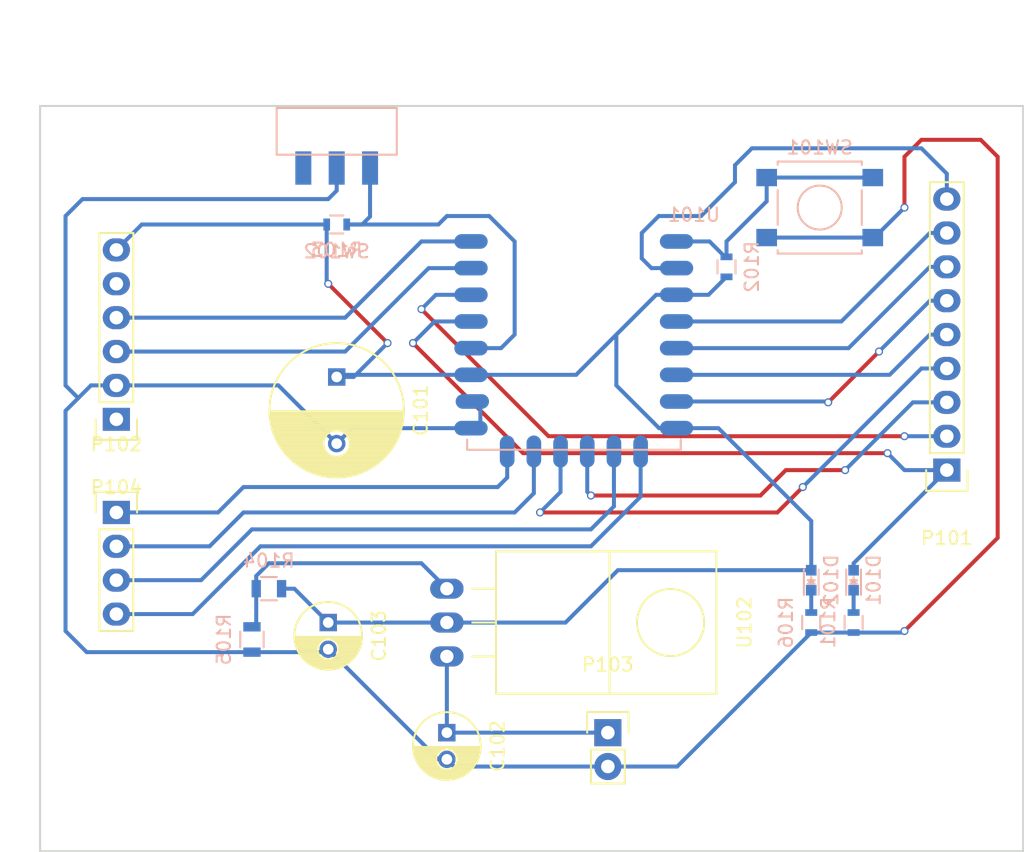
<source format=kicad_pcb>
(kicad_pcb (version 4) (host pcbnew 4.0.4-stable)

  (general
    (links 49)
    (no_connects 0)
    (area 112.319999 70.409999 186.130001 126.440001)
    (thickness 1.6)
    (drawings 4)
    (tracks 183)
    (zones 0)
    (modules 19)
    (nets 26)
  )

  (page A4)
  (layers
    (0 F.Cu signal)
    (31 B.Cu signal)
    (32 B.Adhes user)
    (33 F.Adhes user)
    (34 B.Paste user)
    (35 F.Paste user)
    (36 B.SilkS user)
    (37 F.SilkS user)
    (38 B.Mask user)
    (39 F.Mask user)
    (40 Dwgs.User user)
    (41 Cmts.User user)
    (42 Eco1.User user)
    (43 Eco2.User user)
    (44 Edge.Cuts user)
    (45 Margin user)
    (46 B.CrtYd user)
    (47 F.CrtYd user)
    (48 B.Fab user)
    (49 F.Fab user)
  )

  (setup
    (last_trace_width 0.3)
    (trace_clearance 0.3)
    (zone_clearance 0.508)
    (zone_45_only no)
    (trace_min 0.2)
    (segment_width 0.2)
    (edge_width 0.15)
    (via_size 0.6)
    (via_drill 0.4)
    (via_min_size 0.4)
    (via_min_drill 0.3)
    (uvia_size 0.3)
    (uvia_drill 0.1)
    (uvias_allowed no)
    (uvia_min_size 0.2)
    (uvia_min_drill 0.1)
    (pcb_text_width 0.3)
    (pcb_text_size 1.5 1.5)
    (mod_edge_width 0.15)
    (mod_text_size 1 1)
    (mod_text_width 0.15)
    (pad_size 1.524 1.524)
    (pad_drill 0.762)
    (pad_to_mask_clearance 0.2)
    (aux_axis_origin 0 0)
    (visible_elements FFFFFF7F)
    (pcbplotparams
      (layerselection 0x00030_80000001)
      (usegerberextensions false)
      (excludeedgelayer true)
      (linewidth 0.100000)
      (plotframeref false)
      (viasonmask false)
      (mode 1)
      (useauxorigin false)
      (hpglpennumber 1)
      (hpglpenspeed 20)
      (hpglpendiameter 15)
      (hpglpenoverlay 2)
      (psnegative false)
      (psa4output false)
      (plotreference true)
      (plotvalue true)
      (plotinvisibletext false)
      (padsonsilk false)
      (subtractmaskfromsilk false)
      (outputformat 1)
      (mirror false)
      (drillshape 1)
      (scaleselection 1)
      (outputdirectory ""))
  )

  (net 0 "")
  (net 1 +3V3)
  (net 2 GND)
  (net 3 +9V)
  (net 4 GPIO4)
  (net 5 "Net-(D101-Pad1)")
  (net 6 "Net-(D102-Pad1)")
  (net 7 GPIO5)
  (net 8 GPIO9)
  (net 9 GPIO10)
  (net 10 GPIO12)
  (net 11 GPIO13)
  (net 12 GPIO14)
  (net 13 GPIO16)
  (net 14 ESP_ADC)
  (net 15 ESP_SCLK)
  (net 16 ESP_MOSI)
  (net 17 ESP_MISO)
  (net 18 ESP_CSO)
  (net 19 +5V)
  (net 20 ESP_RX)
  (net 21 ESP_TX)
  (net 22 USB2Serial_DTR)
  (net 23 "Net-(R102-Pad2)")
  (net 24 "Net-(R103-Pad2)")
  (net 25 "Net-(R104-Pad2)")

  (net_class Default "This is the default net class."
    (clearance 0.3)
    (trace_width 0.3)
    (via_dia 0.6)
    (via_drill 0.4)
    (uvia_dia 0.3)
    (uvia_drill 0.1)
    (add_net +3V3)
    (add_net +5V)
    (add_net +9V)
    (add_net ESP_ADC)
    (add_net ESP_CSO)
    (add_net ESP_MISO)
    (add_net ESP_MOSI)
    (add_net ESP_RX)
    (add_net ESP_SCLK)
    (add_net ESP_TX)
    (add_net GND)
    (add_net GPIO10)
    (add_net GPIO12)
    (add_net GPIO13)
    (add_net GPIO14)
    (add_net GPIO16)
    (add_net GPIO4)
    (add_net GPIO5)
    (add_net GPIO9)
    (add_net "Net-(D101-Pad1)")
    (add_net "Net-(D102-Pad1)")
    (add_net "Net-(R102-Pad2)")
    (add_net "Net-(R103-Pad2)")
    (add_net "Net-(R104-Pad2)")
    (add_net USB2Serial_DTR)
  )

  (module TO_SOT_Packages_THT:TO-220_Neutral123_Horizontal (layer F.Cu) (tedit 0) (tstamp 582C8472)
    (at 142.875 109.22 270)
    (descr "TO-220, Neutral, Horizontal,")
    (tags "TO-220, Neutral, Horizontal,")
    (path /582B1821)
    (fp_text reference U102 (at 0 -22.3012 270) (layer F.SilkS)
      (effects (font (size 1 1) (thickness 0.15)))
    )
    (fp_text value LM317T (at -0.29972 3.44932 270) (layer F.Fab)
      (effects (font (size 1 1) (thickness 0.15)))
    )
    (fp_circle (center 0 -16.764) (end 1.778 -14.986) (layer F.SilkS) (width 0.15))
    (fp_line (start -2.54 -3.683) (end -2.54 -1.905) (layer F.SilkS) (width 0.15))
    (fp_line (start 0 -3.683) (end 0 -1.905) (layer F.SilkS) (width 0.15))
    (fp_line (start 2.54 -3.683) (end 2.54 -1.905) (layer F.SilkS) (width 0.15))
    (fp_line (start 5.334 -12.192) (end 5.334 -20.193) (layer F.SilkS) (width 0.15))
    (fp_line (start 5.334 -20.193) (end -5.334 -20.193) (layer F.SilkS) (width 0.15))
    (fp_line (start -5.334 -20.193) (end -5.334 -12.192) (layer F.SilkS) (width 0.15))
    (fp_line (start 5.334 -3.683) (end 5.334 -12.192) (layer F.SilkS) (width 0.15))
    (fp_line (start 5.334 -12.192) (end -5.334 -12.192) (layer F.SilkS) (width 0.15))
    (fp_line (start -5.334 -12.192) (end -5.334 -3.683) (layer F.SilkS) (width 0.15))
    (fp_line (start 0 -3.683) (end -5.334 -3.683) (layer F.SilkS) (width 0.15))
    (fp_line (start 0 -3.683) (end 5.334 -3.683) (layer F.SilkS) (width 0.15))
    (pad 2 thru_hole oval (at 0 0) (size 2.49936 1.50114) (drill 1.00076) (layers *.Cu *.Mask)
      (net 1 +3V3))
    (pad 1 thru_hole oval (at -2.54 0) (size 2.49936 1.50114) (drill 1.00076) (layers *.Cu *.Mask)
      (net 25 "Net-(R104-Pad2)"))
    (pad 3 thru_hole oval (at 2.54 0) (size 2.49936 1.50114) (drill 1.00076) (layers *.Cu *.Mask)
      (net 3 +9V))
    (pad "" np_thru_hole circle (at 0 -16.764) (size 3.79984 3.79984) (drill 3.79984) (layers *.Cu *.Mask))
    (model TO_SOT_Packages_THT.3dshapes/TO-220_Neutral123_Horizontal.wrl
      (at (xyz 0 0 0))
      (scale (xyz 0.3937 0.3937 0.3937))
      (rotate (xyz 0 0 0))
    )
  )

  (module Capacitors_ThroughHole:C_Radial_D10_L21_P5 (layer F.Cu) (tedit 0) (tstamp 582C83CD)
    (at 134.62 90.805 270)
    (descr "Radial Electrolytic Capacitor Diameter 10mm x Length 21mm, Pitch 5mm")
    (tags "Electrolytic Capacitor")
    (path /582C60FE)
    (fp_text reference C101 (at 2.5 -6.3 270) (layer F.SilkS)
      (effects (font (size 1 1) (thickness 0.15)))
    )
    (fp_text value 33u (at 2.5 6.3 270) (layer F.Fab)
      (effects (font (size 1 1) (thickness 0.15)))
    )
    (fp_line (start 2.575 -4.999) (end 2.575 4.999) (layer F.SilkS) (width 0.15))
    (fp_line (start 2.715 -4.995) (end 2.715 4.995) (layer F.SilkS) (width 0.15))
    (fp_line (start 2.855 -4.987) (end 2.855 4.987) (layer F.SilkS) (width 0.15))
    (fp_line (start 2.995 -4.975) (end 2.995 4.975) (layer F.SilkS) (width 0.15))
    (fp_line (start 3.135 -4.96) (end 3.135 4.96) (layer F.SilkS) (width 0.15))
    (fp_line (start 3.275 -4.94) (end 3.275 4.94) (layer F.SilkS) (width 0.15))
    (fp_line (start 3.415 -4.916) (end 3.415 4.916) (layer F.SilkS) (width 0.15))
    (fp_line (start 3.555 -4.887) (end 3.555 4.887) (layer F.SilkS) (width 0.15))
    (fp_line (start 3.695 -4.855) (end 3.695 4.855) (layer F.SilkS) (width 0.15))
    (fp_line (start 3.835 -4.818) (end 3.835 4.818) (layer F.SilkS) (width 0.15))
    (fp_line (start 3.975 -4.777) (end 3.975 4.777) (layer F.SilkS) (width 0.15))
    (fp_line (start 4.115 -4.732) (end 4.115 -0.466) (layer F.SilkS) (width 0.15))
    (fp_line (start 4.115 0.466) (end 4.115 4.732) (layer F.SilkS) (width 0.15))
    (fp_line (start 4.255 -4.682) (end 4.255 -0.667) (layer F.SilkS) (width 0.15))
    (fp_line (start 4.255 0.667) (end 4.255 4.682) (layer F.SilkS) (width 0.15))
    (fp_line (start 4.395 -4.627) (end 4.395 -0.796) (layer F.SilkS) (width 0.15))
    (fp_line (start 4.395 0.796) (end 4.395 4.627) (layer F.SilkS) (width 0.15))
    (fp_line (start 4.535 -4.567) (end 4.535 -0.885) (layer F.SilkS) (width 0.15))
    (fp_line (start 4.535 0.885) (end 4.535 4.567) (layer F.SilkS) (width 0.15))
    (fp_line (start 4.675 -4.502) (end 4.675 -0.946) (layer F.SilkS) (width 0.15))
    (fp_line (start 4.675 0.946) (end 4.675 4.502) (layer F.SilkS) (width 0.15))
    (fp_line (start 4.815 -4.432) (end 4.815 -0.983) (layer F.SilkS) (width 0.15))
    (fp_line (start 4.815 0.983) (end 4.815 4.432) (layer F.SilkS) (width 0.15))
    (fp_line (start 4.955 -4.356) (end 4.955 -0.999) (layer F.SilkS) (width 0.15))
    (fp_line (start 4.955 0.999) (end 4.955 4.356) (layer F.SilkS) (width 0.15))
    (fp_line (start 5.095 -4.274) (end 5.095 -0.995) (layer F.SilkS) (width 0.15))
    (fp_line (start 5.095 0.995) (end 5.095 4.274) (layer F.SilkS) (width 0.15))
    (fp_line (start 5.235 -4.186) (end 5.235 -0.972) (layer F.SilkS) (width 0.15))
    (fp_line (start 5.235 0.972) (end 5.235 4.186) (layer F.SilkS) (width 0.15))
    (fp_line (start 5.375 -4.091) (end 5.375 -0.927) (layer F.SilkS) (width 0.15))
    (fp_line (start 5.375 0.927) (end 5.375 4.091) (layer F.SilkS) (width 0.15))
    (fp_line (start 5.515 -3.989) (end 5.515 -0.857) (layer F.SilkS) (width 0.15))
    (fp_line (start 5.515 0.857) (end 5.515 3.989) (layer F.SilkS) (width 0.15))
    (fp_line (start 5.655 -3.879) (end 5.655 -0.756) (layer F.SilkS) (width 0.15))
    (fp_line (start 5.655 0.756) (end 5.655 3.879) (layer F.SilkS) (width 0.15))
    (fp_line (start 5.795 -3.761) (end 5.795 -0.607) (layer F.SilkS) (width 0.15))
    (fp_line (start 5.795 0.607) (end 5.795 3.761) (layer F.SilkS) (width 0.15))
    (fp_line (start 5.935 -3.633) (end 5.935 -0.355) (layer F.SilkS) (width 0.15))
    (fp_line (start 5.935 0.355) (end 5.935 3.633) (layer F.SilkS) (width 0.15))
    (fp_line (start 6.075 -3.496) (end 6.075 3.496) (layer F.SilkS) (width 0.15))
    (fp_line (start 6.215 -3.346) (end 6.215 3.346) (layer F.SilkS) (width 0.15))
    (fp_line (start 6.355 -3.184) (end 6.355 3.184) (layer F.SilkS) (width 0.15))
    (fp_line (start 6.495 -3.007) (end 6.495 3.007) (layer F.SilkS) (width 0.15))
    (fp_line (start 6.635 -2.811) (end 6.635 2.811) (layer F.SilkS) (width 0.15))
    (fp_line (start 6.775 -2.593) (end 6.775 2.593) (layer F.SilkS) (width 0.15))
    (fp_line (start 6.915 -2.347) (end 6.915 2.347) (layer F.SilkS) (width 0.15))
    (fp_line (start 7.055 -2.062) (end 7.055 2.062) (layer F.SilkS) (width 0.15))
    (fp_line (start 7.195 -1.72) (end 7.195 1.72) (layer F.SilkS) (width 0.15))
    (fp_line (start 7.335 -1.274) (end 7.335 1.274) (layer F.SilkS) (width 0.15))
    (fp_line (start 7.475 -0.499) (end 7.475 0.499) (layer F.SilkS) (width 0.15))
    (fp_circle (center 5 0) (end 5 -1) (layer F.SilkS) (width 0.15))
    (fp_circle (center 2.5 0) (end 2.5 -5.0375) (layer F.SilkS) (width 0.15))
    (fp_circle (center 2.5 0) (end 2.5 -5.3) (layer F.CrtYd) (width 0.05))
    (pad 1 thru_hole rect (at 0 0 270) (size 1.3 1.3) (drill 0.8) (layers *.Cu *.Mask)
      (net 1 +3V3))
    (pad 2 thru_hole circle (at 5 0 270) (size 1.3 1.3) (drill 0.8) (layers *.Cu *.Mask)
      (net 2 GND))
    (model Capacitors_ThroughHole.3dshapes/C_Radial_D10_L21_P5.wrl
      (at (xyz 0.0984252 0 0))
      (scale (xyz 1 1 1))
      (rotate (xyz 0 0 90))
    )
  )

  (module Capacitors_ThroughHole:C_Radial_D5_L11_P2 (layer F.Cu) (tedit 0) (tstamp 582C83D3)
    (at 142.875 117.475 270)
    (descr "Radial Electrolytic Capacitor 5mm x Length 11mm, Pitch 2mm")
    (tags "Electrolytic Capacitor")
    (path /582C6319)
    (fp_text reference C102 (at 1 -3.8 270) (layer F.SilkS)
      (effects (font (size 1 1) (thickness 0.15)))
    )
    (fp_text value 1u (at 1 3.8 270) (layer F.Fab)
      (effects (font (size 1 1) (thickness 0.15)))
    )
    (fp_line (start 1.075 -2.499) (end 1.075 2.499) (layer F.SilkS) (width 0.15))
    (fp_line (start 1.215 -2.491) (end 1.215 -0.154) (layer F.SilkS) (width 0.15))
    (fp_line (start 1.215 0.154) (end 1.215 2.491) (layer F.SilkS) (width 0.15))
    (fp_line (start 1.355 -2.475) (end 1.355 -0.473) (layer F.SilkS) (width 0.15))
    (fp_line (start 1.355 0.473) (end 1.355 2.475) (layer F.SilkS) (width 0.15))
    (fp_line (start 1.495 -2.451) (end 1.495 -0.62) (layer F.SilkS) (width 0.15))
    (fp_line (start 1.495 0.62) (end 1.495 2.451) (layer F.SilkS) (width 0.15))
    (fp_line (start 1.635 -2.418) (end 1.635 -0.712) (layer F.SilkS) (width 0.15))
    (fp_line (start 1.635 0.712) (end 1.635 2.418) (layer F.SilkS) (width 0.15))
    (fp_line (start 1.775 -2.377) (end 1.775 -0.768) (layer F.SilkS) (width 0.15))
    (fp_line (start 1.775 0.768) (end 1.775 2.377) (layer F.SilkS) (width 0.15))
    (fp_line (start 1.915 -2.327) (end 1.915 -0.795) (layer F.SilkS) (width 0.15))
    (fp_line (start 1.915 0.795) (end 1.915 2.327) (layer F.SilkS) (width 0.15))
    (fp_line (start 2.055 -2.266) (end 2.055 -0.798) (layer F.SilkS) (width 0.15))
    (fp_line (start 2.055 0.798) (end 2.055 2.266) (layer F.SilkS) (width 0.15))
    (fp_line (start 2.195 -2.196) (end 2.195 -0.776) (layer F.SilkS) (width 0.15))
    (fp_line (start 2.195 0.776) (end 2.195 2.196) (layer F.SilkS) (width 0.15))
    (fp_line (start 2.335 -2.114) (end 2.335 -0.726) (layer F.SilkS) (width 0.15))
    (fp_line (start 2.335 0.726) (end 2.335 2.114) (layer F.SilkS) (width 0.15))
    (fp_line (start 2.475 -2.019) (end 2.475 -0.644) (layer F.SilkS) (width 0.15))
    (fp_line (start 2.475 0.644) (end 2.475 2.019) (layer F.SilkS) (width 0.15))
    (fp_line (start 2.615 -1.908) (end 2.615 -0.512) (layer F.SilkS) (width 0.15))
    (fp_line (start 2.615 0.512) (end 2.615 1.908) (layer F.SilkS) (width 0.15))
    (fp_line (start 2.755 -1.78) (end 2.755 -0.265) (layer F.SilkS) (width 0.15))
    (fp_line (start 2.755 0.265) (end 2.755 1.78) (layer F.SilkS) (width 0.15))
    (fp_line (start 2.895 -1.631) (end 2.895 1.631) (layer F.SilkS) (width 0.15))
    (fp_line (start 3.035 -1.452) (end 3.035 1.452) (layer F.SilkS) (width 0.15))
    (fp_line (start 3.175 -1.233) (end 3.175 1.233) (layer F.SilkS) (width 0.15))
    (fp_line (start 3.315 -0.944) (end 3.315 0.944) (layer F.SilkS) (width 0.15))
    (fp_line (start 3.455 -0.472) (end 3.455 0.472) (layer F.SilkS) (width 0.15))
    (fp_circle (center 2 0) (end 2 -0.8) (layer F.SilkS) (width 0.15))
    (fp_circle (center 1 0) (end 1 -2.5375) (layer F.SilkS) (width 0.15))
    (fp_circle (center 1 0) (end 1 -2.8) (layer F.CrtYd) (width 0.05))
    (pad 1 thru_hole rect (at 0 0 270) (size 1.3 1.3) (drill 0.8) (layers *.Cu *.Mask)
      (net 3 +9V))
    (pad 2 thru_hole circle (at 2 0 270) (size 1.3 1.3) (drill 0.8) (layers *.Cu *.Mask)
      (net 2 GND))
    (model Capacitors_ThroughHole.3dshapes/C_Radial_D5_L11_P2.wrl
      (at (xyz 0 0 0))
      (scale (xyz 1 1 1))
      (rotate (xyz 0 0 0))
    )
  )

  (module Capacitors_ThroughHole:C_Radial_D5_L11_P2 (layer F.Cu) (tedit 0) (tstamp 582C83D9)
    (at 133.985 109.22 270)
    (descr "Radial Electrolytic Capacitor 5mm x Length 11mm, Pitch 2mm")
    (tags "Electrolytic Capacitor")
    (path /582C626D)
    (fp_text reference C103 (at 1 -3.8 270) (layer F.SilkS)
      (effects (font (size 1 1) (thickness 0.15)))
    )
    (fp_text value 1u (at 1 3.8 270) (layer F.Fab)
      (effects (font (size 1 1) (thickness 0.15)))
    )
    (fp_line (start 1.075 -2.499) (end 1.075 2.499) (layer F.SilkS) (width 0.15))
    (fp_line (start 1.215 -2.491) (end 1.215 -0.154) (layer F.SilkS) (width 0.15))
    (fp_line (start 1.215 0.154) (end 1.215 2.491) (layer F.SilkS) (width 0.15))
    (fp_line (start 1.355 -2.475) (end 1.355 -0.473) (layer F.SilkS) (width 0.15))
    (fp_line (start 1.355 0.473) (end 1.355 2.475) (layer F.SilkS) (width 0.15))
    (fp_line (start 1.495 -2.451) (end 1.495 -0.62) (layer F.SilkS) (width 0.15))
    (fp_line (start 1.495 0.62) (end 1.495 2.451) (layer F.SilkS) (width 0.15))
    (fp_line (start 1.635 -2.418) (end 1.635 -0.712) (layer F.SilkS) (width 0.15))
    (fp_line (start 1.635 0.712) (end 1.635 2.418) (layer F.SilkS) (width 0.15))
    (fp_line (start 1.775 -2.377) (end 1.775 -0.768) (layer F.SilkS) (width 0.15))
    (fp_line (start 1.775 0.768) (end 1.775 2.377) (layer F.SilkS) (width 0.15))
    (fp_line (start 1.915 -2.327) (end 1.915 -0.795) (layer F.SilkS) (width 0.15))
    (fp_line (start 1.915 0.795) (end 1.915 2.327) (layer F.SilkS) (width 0.15))
    (fp_line (start 2.055 -2.266) (end 2.055 -0.798) (layer F.SilkS) (width 0.15))
    (fp_line (start 2.055 0.798) (end 2.055 2.266) (layer F.SilkS) (width 0.15))
    (fp_line (start 2.195 -2.196) (end 2.195 -0.776) (layer F.SilkS) (width 0.15))
    (fp_line (start 2.195 0.776) (end 2.195 2.196) (layer F.SilkS) (width 0.15))
    (fp_line (start 2.335 -2.114) (end 2.335 -0.726) (layer F.SilkS) (width 0.15))
    (fp_line (start 2.335 0.726) (end 2.335 2.114) (layer F.SilkS) (width 0.15))
    (fp_line (start 2.475 -2.019) (end 2.475 -0.644) (layer F.SilkS) (width 0.15))
    (fp_line (start 2.475 0.644) (end 2.475 2.019) (layer F.SilkS) (width 0.15))
    (fp_line (start 2.615 -1.908) (end 2.615 -0.512) (layer F.SilkS) (width 0.15))
    (fp_line (start 2.615 0.512) (end 2.615 1.908) (layer F.SilkS) (width 0.15))
    (fp_line (start 2.755 -1.78) (end 2.755 -0.265) (layer F.SilkS) (width 0.15))
    (fp_line (start 2.755 0.265) (end 2.755 1.78) (layer F.SilkS) (width 0.15))
    (fp_line (start 2.895 -1.631) (end 2.895 1.631) (layer F.SilkS) (width 0.15))
    (fp_line (start 3.035 -1.452) (end 3.035 1.452) (layer F.SilkS) (width 0.15))
    (fp_line (start 3.175 -1.233) (end 3.175 1.233) (layer F.SilkS) (width 0.15))
    (fp_line (start 3.315 -0.944) (end 3.315 0.944) (layer F.SilkS) (width 0.15))
    (fp_line (start 3.455 -0.472) (end 3.455 0.472) (layer F.SilkS) (width 0.15))
    (fp_circle (center 2 0) (end 2 -0.8) (layer F.SilkS) (width 0.15))
    (fp_circle (center 1 0) (end 1 -2.5375) (layer F.SilkS) (width 0.15))
    (fp_circle (center 1 0) (end 1 -2.8) (layer F.CrtYd) (width 0.05))
    (pad 1 thru_hole rect (at 0 0 270) (size 1.3 1.3) (drill 0.8) (layers *.Cu *.Mask)
      (net 1 +3V3))
    (pad 2 thru_hole circle (at 2 0 270) (size 1.3 1.3) (drill 0.8) (layers *.Cu *.Mask)
      (net 2 GND))
    (model Capacitors_ThroughHole.3dshapes/C_Radial_D5_L11_P2.wrl
      (at (xyz 0 0 0))
      (scale (xyz 1 1 1))
      (rotate (xyz 0 0 0))
    )
  )

  (module LEDs:LED_0603 (layer B.Cu) (tedit 55BDE255) (tstamp 582C83DF)
    (at 173.355 106.045 90)
    (descr "LED 0603 smd package")
    (tags "LED led 0603 SMD smd SMT smt smdled SMDLED smtled SMTLED")
    (path /582B3E8B)
    (attr smd)
    (fp_text reference D101 (at 0 1.5 90) (layer B.SilkS)
      (effects (font (size 1 1) (thickness 0.15)) (justify mirror))
    )
    (fp_text value LED (at 0 -1.5 90) (layer B.Fab)
      (effects (font (size 1 1) (thickness 0.15)) (justify mirror))
    )
    (fp_line (start -0.3 0.2) (end -0.3 -0.2) (layer B.Fab) (width 0.15))
    (fp_line (start -0.2 0) (end 0.1 0.2) (layer B.Fab) (width 0.15))
    (fp_line (start 0.1 -0.2) (end -0.2 0) (layer B.Fab) (width 0.15))
    (fp_line (start 0.1 0.2) (end 0.1 -0.2) (layer B.Fab) (width 0.15))
    (fp_line (start 0.8 -0.4) (end -0.8 -0.4) (layer B.Fab) (width 0.15))
    (fp_line (start 0.8 0.4) (end 0.8 -0.4) (layer B.Fab) (width 0.15))
    (fp_line (start -0.8 0.4) (end 0.8 0.4) (layer B.Fab) (width 0.15))
    (fp_line (start -0.8 -0.4) (end -0.8 0.4) (layer B.Fab) (width 0.15))
    (fp_line (start -1.1 -0.55) (end 0.8 -0.55) (layer B.SilkS) (width 0.15))
    (fp_line (start -1.1 0.55) (end 0.8 0.55) (layer B.SilkS) (width 0.15))
    (fp_line (start -0.2 0) (end 0.25 0) (layer B.SilkS) (width 0.15))
    (fp_line (start -0.25 0.25) (end -0.25 -0.25) (layer B.SilkS) (width 0.15))
    (fp_line (start -0.25 0) (end 0 0.25) (layer B.SilkS) (width 0.15))
    (fp_line (start 0 0.25) (end 0 -0.25) (layer B.SilkS) (width 0.15))
    (fp_line (start 0 -0.25) (end -0.25 0) (layer B.SilkS) (width 0.15))
    (fp_line (start 1.4 0.75) (end 1.4 -0.75) (layer B.CrtYd) (width 0.05))
    (fp_line (start 1.4 -0.75) (end -1.4 -0.75) (layer B.CrtYd) (width 0.05))
    (fp_line (start -1.4 -0.75) (end -1.4 0.75) (layer B.CrtYd) (width 0.05))
    (fp_line (start -1.4 0.75) (end 1.4 0.75) (layer B.CrtYd) (width 0.05))
    (pad 2 smd rect (at 0.7493 0 270) (size 0.79756 0.79756) (layers B.Cu B.Paste B.Mask)
      (net 4 GPIO4))
    (pad 1 smd rect (at -0.7493 0 270) (size 0.79756 0.79756) (layers B.Cu B.Paste B.Mask)
      (net 5 "Net-(D101-Pad1)"))
    (model LEDs.3dshapes/LED_0603.wrl
      (at (xyz 0 0 0))
      (scale (xyz 1 1 1))
      (rotate (xyz 0 0 180))
    )
  )

  (module LEDs:LED_0603 (layer B.Cu) (tedit 55BDE255) (tstamp 582C83E5)
    (at 170.18 106.045 90)
    (descr "LED 0603 smd package")
    (tags "LED led 0603 SMD smd SMT smt smdled SMDLED smtled SMTLED")
    (path /582B1C72)
    (attr smd)
    (fp_text reference D102 (at 0 1.5 90) (layer B.SilkS)
      (effects (font (size 1 1) (thickness 0.15)) (justify mirror))
    )
    (fp_text value LED (at 0 -1.5 90) (layer B.Fab)
      (effects (font (size 1 1) (thickness 0.15)) (justify mirror))
    )
    (fp_line (start -0.3 0.2) (end -0.3 -0.2) (layer B.Fab) (width 0.15))
    (fp_line (start -0.2 0) (end 0.1 0.2) (layer B.Fab) (width 0.15))
    (fp_line (start 0.1 -0.2) (end -0.2 0) (layer B.Fab) (width 0.15))
    (fp_line (start 0.1 0.2) (end 0.1 -0.2) (layer B.Fab) (width 0.15))
    (fp_line (start 0.8 -0.4) (end -0.8 -0.4) (layer B.Fab) (width 0.15))
    (fp_line (start 0.8 0.4) (end 0.8 -0.4) (layer B.Fab) (width 0.15))
    (fp_line (start -0.8 0.4) (end 0.8 0.4) (layer B.Fab) (width 0.15))
    (fp_line (start -0.8 -0.4) (end -0.8 0.4) (layer B.Fab) (width 0.15))
    (fp_line (start -1.1 -0.55) (end 0.8 -0.55) (layer B.SilkS) (width 0.15))
    (fp_line (start -1.1 0.55) (end 0.8 0.55) (layer B.SilkS) (width 0.15))
    (fp_line (start -0.2 0) (end 0.25 0) (layer B.SilkS) (width 0.15))
    (fp_line (start -0.25 0.25) (end -0.25 -0.25) (layer B.SilkS) (width 0.15))
    (fp_line (start -0.25 0) (end 0 0.25) (layer B.SilkS) (width 0.15))
    (fp_line (start 0 0.25) (end 0 -0.25) (layer B.SilkS) (width 0.15))
    (fp_line (start 0 -0.25) (end -0.25 0) (layer B.SilkS) (width 0.15))
    (fp_line (start 1.4 0.75) (end 1.4 -0.75) (layer B.CrtYd) (width 0.05))
    (fp_line (start 1.4 -0.75) (end -1.4 -0.75) (layer B.CrtYd) (width 0.05))
    (fp_line (start -1.4 -0.75) (end -1.4 0.75) (layer B.CrtYd) (width 0.05))
    (fp_line (start -1.4 0.75) (end 1.4 0.75) (layer B.CrtYd) (width 0.05))
    (pad 2 smd rect (at 0.7493 0 270) (size 0.79756 0.79756) (layers B.Cu B.Paste B.Mask)
      (net 1 +3V3))
    (pad 1 smd rect (at -0.7493 0 270) (size 0.79756 0.79756) (layers B.Cu B.Paste B.Mask)
      (net 6 "Net-(D102-Pad1)"))
    (model LEDs.3dshapes/LED_0603.wrl
      (at (xyz 0 0 0))
      (scale (xyz 1 1 1))
      (rotate (xyz 0 0 180))
    )
  )

  (module Pin_Headers:Pin_Header_Straight_1x09 (layer F.Cu) (tedit 0) (tstamp 582C83F2)
    (at 180.34 97.79 180)
    (descr "Through hole pin header")
    (tags "pin header")
    (path /582B382C)
    (fp_text reference P101 (at 0 -5.1 180) (layer F.SilkS)
      (effects (font (size 1 1) (thickness 0.15)))
    )
    (fp_text value "GPIO and ADC" (at 0 -3.1 180) (layer F.Fab)
      (effects (font (size 1 1) (thickness 0.15)))
    )
    (fp_line (start -1.75 -1.75) (end -1.75 22.1) (layer F.CrtYd) (width 0.05))
    (fp_line (start 1.75 -1.75) (end 1.75 22.1) (layer F.CrtYd) (width 0.05))
    (fp_line (start -1.75 -1.75) (end 1.75 -1.75) (layer F.CrtYd) (width 0.05))
    (fp_line (start -1.75 22.1) (end 1.75 22.1) (layer F.CrtYd) (width 0.05))
    (fp_line (start 1.27 1.27) (end 1.27 21.59) (layer F.SilkS) (width 0.15))
    (fp_line (start 1.27 21.59) (end -1.27 21.59) (layer F.SilkS) (width 0.15))
    (fp_line (start -1.27 21.59) (end -1.27 1.27) (layer F.SilkS) (width 0.15))
    (fp_line (start 1.55 -1.55) (end 1.55 0) (layer F.SilkS) (width 0.15))
    (fp_line (start 1.27 1.27) (end -1.27 1.27) (layer F.SilkS) (width 0.15))
    (fp_line (start -1.55 0) (end -1.55 -1.55) (layer F.SilkS) (width 0.15))
    (fp_line (start -1.55 -1.55) (end 1.55 -1.55) (layer F.SilkS) (width 0.15))
    (pad 1 thru_hole rect (at 0 0 180) (size 2.032 1.7272) (drill 1.016) (layers *.Cu *.Mask)
      (net 4 GPIO4))
    (pad 2 thru_hole oval (at 0 2.54 180) (size 2.032 1.7272) (drill 1.016) (layers *.Cu *.Mask)
      (net 7 GPIO5))
    (pad 3 thru_hole oval (at 0 5.08 180) (size 2.032 1.7272) (drill 1.016) (layers *.Cu *.Mask)
      (net 8 GPIO9))
    (pad 4 thru_hole oval (at 0 7.62 180) (size 2.032 1.7272) (drill 1.016) (layers *.Cu *.Mask)
      (net 9 GPIO10))
    (pad 5 thru_hole oval (at 0 10.16 180) (size 2.032 1.7272) (drill 1.016) (layers *.Cu *.Mask)
      (net 10 GPIO12))
    (pad 6 thru_hole oval (at 0 12.7 180) (size 2.032 1.7272) (drill 1.016) (layers *.Cu *.Mask)
      (net 11 GPIO13))
    (pad 7 thru_hole oval (at 0 15.24 180) (size 2.032 1.7272) (drill 1.016) (layers *.Cu *.Mask)
      (net 12 GPIO14))
    (pad 8 thru_hole oval (at 0 17.78 180) (size 2.032 1.7272) (drill 1.016) (layers *.Cu *.Mask)
      (net 13 GPIO16))
    (pad 9 thru_hole oval (at 0 20.32 180) (size 2.032 1.7272) (drill 1.016) (layers *.Cu *.Mask)
      (net 14 ESP_ADC))
    (model Pin_Headers.3dshapes/Pin_Header_Straight_1x09.wrl
      (at (xyz 0 -0.4 0))
      (scale (xyz 1 1 1))
      (rotate (xyz 0 0 90))
    )
  )

  (module Pin_Headers:Pin_Header_Straight_1x04 (layer F.Cu) (tedit 0) (tstamp 582C83FA)
    (at 118.11 100.965)
    (descr "Through hole pin header")
    (tags "pin header")
    (path /582B2EDB)
    (fp_text reference P102 (at 0 -5.1) (layer F.SilkS)
      (effects (font (size 1 1) (thickness 0.15)))
    )
    (fp_text value "Programming pins" (at 0 -3.1) (layer F.Fab)
      (effects (font (size 1 1) (thickness 0.15)))
    )
    (fp_line (start -1.75 -1.75) (end -1.75 9.4) (layer F.CrtYd) (width 0.05))
    (fp_line (start 1.75 -1.75) (end 1.75 9.4) (layer F.CrtYd) (width 0.05))
    (fp_line (start -1.75 -1.75) (end 1.75 -1.75) (layer F.CrtYd) (width 0.05))
    (fp_line (start -1.75 9.4) (end 1.75 9.4) (layer F.CrtYd) (width 0.05))
    (fp_line (start -1.27 1.27) (end -1.27 8.89) (layer F.SilkS) (width 0.15))
    (fp_line (start 1.27 1.27) (end 1.27 8.89) (layer F.SilkS) (width 0.15))
    (fp_line (start 1.55 -1.55) (end 1.55 0) (layer F.SilkS) (width 0.15))
    (fp_line (start -1.27 8.89) (end 1.27 8.89) (layer F.SilkS) (width 0.15))
    (fp_line (start 1.27 1.27) (end -1.27 1.27) (layer F.SilkS) (width 0.15))
    (fp_line (start -1.55 0) (end -1.55 -1.55) (layer F.SilkS) (width 0.15))
    (fp_line (start -1.55 -1.55) (end 1.55 -1.55) (layer F.SilkS) (width 0.15))
    (pad 1 thru_hole rect (at 0 0) (size 2.032 1.7272) (drill 1.016) (layers *.Cu *.Mask)
      (net 15 ESP_SCLK))
    (pad 2 thru_hole oval (at 0 2.54) (size 2.032 1.7272) (drill 1.016) (layers *.Cu *.Mask)
      (net 16 ESP_MOSI))
    (pad 3 thru_hole oval (at 0 5.08) (size 2.032 1.7272) (drill 1.016) (layers *.Cu *.Mask)
      (net 17 ESP_MISO))
    (pad 4 thru_hole oval (at 0 7.62) (size 2.032 1.7272) (drill 1.016) (layers *.Cu *.Mask)
      (net 18 ESP_CSO))
    (model Pin_Headers.3dshapes/Pin_Header_Straight_1x04.wrl
      (at (xyz 0 -0.15 0))
      (scale (xyz 1 1 1))
      (rotate (xyz 0 0 90))
    )
  )

  (module Pin_Headers:Pin_Header_Straight_1x02 (layer F.Cu) (tedit 54EA090C) (tstamp 582C8400)
    (at 154.94 117.475)
    (descr "Through hole pin header")
    (tags "pin header")
    (path /582B0C75)
    (fp_text reference P103 (at 0 -5.1) (layer F.SilkS)
      (effects (font (size 1 1) (thickness 0.15)))
    )
    (fp_text value "Battery connection" (at 0 -3.1) (layer F.Fab)
      (effects (font (size 1 1) (thickness 0.15)))
    )
    (fp_line (start 1.27 1.27) (end 1.27 3.81) (layer F.SilkS) (width 0.15))
    (fp_line (start 1.55 -1.55) (end 1.55 0) (layer F.SilkS) (width 0.15))
    (fp_line (start -1.75 -1.75) (end -1.75 4.3) (layer F.CrtYd) (width 0.05))
    (fp_line (start 1.75 -1.75) (end 1.75 4.3) (layer F.CrtYd) (width 0.05))
    (fp_line (start -1.75 -1.75) (end 1.75 -1.75) (layer F.CrtYd) (width 0.05))
    (fp_line (start -1.75 4.3) (end 1.75 4.3) (layer F.CrtYd) (width 0.05))
    (fp_line (start 1.27 1.27) (end -1.27 1.27) (layer F.SilkS) (width 0.15))
    (fp_line (start -1.55 0) (end -1.55 -1.55) (layer F.SilkS) (width 0.15))
    (fp_line (start -1.55 -1.55) (end 1.55 -1.55) (layer F.SilkS) (width 0.15))
    (fp_line (start -1.27 1.27) (end -1.27 3.81) (layer F.SilkS) (width 0.15))
    (fp_line (start -1.27 3.81) (end 1.27 3.81) (layer F.SilkS) (width 0.15))
    (pad 1 thru_hole rect (at 0 0) (size 2.032 2.032) (drill 1.016) (layers *.Cu *.Mask)
      (net 3 +9V))
    (pad 2 thru_hole oval (at 0 2.54) (size 2.032 2.032) (drill 1.016) (layers *.Cu *.Mask)
      (net 2 GND))
    (model Pin_Headers.3dshapes/Pin_Header_Straight_1x02.wrl
      (at (xyz 0 -0.05 0))
      (scale (xyz 1 1 1))
      (rotate (xyz 0 0 90))
    )
  )

  (module Pin_Headers:Pin_Header_Straight_1x06 (layer F.Cu) (tedit 0) (tstamp 582C840A)
    (at 118.11 93.98 180)
    (descr "Through hole pin header")
    (tags "pin header")
    (path /582AFD11)
    (fp_text reference P104 (at 0 -5.1 180) (layer F.SilkS)
      (effects (font (size 1 1) (thickness 0.15)))
    )
    (fp_text value USB2Serial_connection (at 0 -3.1 180) (layer F.Fab)
      (effects (font (size 1 1) (thickness 0.15)))
    )
    (fp_line (start -1.75 -1.75) (end -1.75 14.45) (layer F.CrtYd) (width 0.05))
    (fp_line (start 1.75 -1.75) (end 1.75 14.45) (layer F.CrtYd) (width 0.05))
    (fp_line (start -1.75 -1.75) (end 1.75 -1.75) (layer F.CrtYd) (width 0.05))
    (fp_line (start -1.75 14.45) (end 1.75 14.45) (layer F.CrtYd) (width 0.05))
    (fp_line (start 1.27 1.27) (end 1.27 13.97) (layer F.SilkS) (width 0.15))
    (fp_line (start 1.27 13.97) (end -1.27 13.97) (layer F.SilkS) (width 0.15))
    (fp_line (start -1.27 13.97) (end -1.27 1.27) (layer F.SilkS) (width 0.15))
    (fp_line (start 1.55 -1.55) (end 1.55 0) (layer F.SilkS) (width 0.15))
    (fp_line (start 1.27 1.27) (end -1.27 1.27) (layer F.SilkS) (width 0.15))
    (fp_line (start -1.55 0) (end -1.55 -1.55) (layer F.SilkS) (width 0.15))
    (fp_line (start -1.55 -1.55) (end 1.55 -1.55) (layer F.SilkS) (width 0.15))
    (pad 1 thru_hole rect (at 0 0 180) (size 2.032 1.7272) (drill 1.016) (layers *.Cu *.Mask)
      (net 19 +5V))
    (pad 2 thru_hole oval (at 0 2.54 180) (size 2.032 1.7272) (drill 1.016) (layers *.Cu *.Mask)
      (net 2 GND))
    (pad 3 thru_hole oval (at 0 5.08 180) (size 2.032 1.7272) (drill 1.016) (layers *.Cu *.Mask)
      (net 20 ESP_RX))
    (pad 4 thru_hole oval (at 0 7.62 180) (size 2.032 1.7272) (drill 1.016) (layers *.Cu *.Mask)
      (net 21 ESP_TX))
    (pad 5 thru_hole oval (at 0 10.16 180) (size 2.032 1.7272) (drill 1.016) (layers *.Cu *.Mask)
      (net 22 USB2Serial_DTR))
    (pad 6 thru_hole oval (at 0 12.7 180) (size 2.032 1.7272) (drill 1.016) (layers *.Cu *.Mask)
      (net 1 +3V3))
    (model Pin_Headers.3dshapes/Pin_Header_Straight_1x06.wrl
      (at (xyz 0 -0.25 0))
      (scale (xyz 1 1 1))
      (rotate (xyz 0 0 90))
    )
  )

  (module Resistors_SMD:R_0603 (layer B.Cu) (tedit 5415CC62) (tstamp 582C8410)
    (at 173.355 109.22 270)
    (descr "Resistor SMD 0603, reflow soldering, Vishay (see dcrcw.pdf)")
    (tags "resistor 0603")
    (path /582B3E92)
    (attr smd)
    (fp_text reference R101 (at 0 1.9 270) (layer B.SilkS)
      (effects (font (size 1 1) (thickness 0.15)) (justify mirror))
    )
    (fp_text value 330 (at 0 -1.9 270) (layer B.Fab)
      (effects (font (size 1 1) (thickness 0.15)) (justify mirror))
    )
    (fp_line (start -1.3 0.8) (end 1.3 0.8) (layer B.CrtYd) (width 0.05))
    (fp_line (start -1.3 -0.8) (end 1.3 -0.8) (layer B.CrtYd) (width 0.05))
    (fp_line (start -1.3 0.8) (end -1.3 -0.8) (layer B.CrtYd) (width 0.05))
    (fp_line (start 1.3 0.8) (end 1.3 -0.8) (layer B.CrtYd) (width 0.05))
    (fp_line (start 0.5 -0.675) (end -0.5 -0.675) (layer B.SilkS) (width 0.15))
    (fp_line (start -0.5 0.675) (end 0.5 0.675) (layer B.SilkS) (width 0.15))
    (pad 1 smd rect (at -0.75 0 270) (size 0.5 0.9) (layers B.Cu B.Paste B.Mask)
      (net 5 "Net-(D101-Pad1)"))
    (pad 2 smd rect (at 0.75 0 270) (size 0.5 0.9) (layers B.Cu B.Paste B.Mask)
      (net 2 GND))
    (model Resistors_SMD.3dshapes/R_0603.wrl
      (at (xyz 0 0 0))
      (scale (xyz 1 1 1))
      (rotate (xyz 0 0 0))
    )
  )

  (module Resistors_SMD:R_0603 (layer B.Cu) (tedit 5415CC62) (tstamp 582C8416)
    (at 163.83 82.55 90)
    (descr "Resistor SMD 0603, reflow soldering, Vishay (see dcrcw.pdf)")
    (tags "resistor 0603")
    (path /582AE354)
    (attr smd)
    (fp_text reference R102 (at 0 1.9 90) (layer B.SilkS)
      (effects (font (size 1 1) (thickness 0.15)) (justify mirror))
    )
    (fp_text value 1k (at 0 -1.9 90) (layer B.Fab)
      (effects (font (size 1 1) (thickness 0.15)) (justify mirror))
    )
    (fp_line (start -1.3 0.8) (end 1.3 0.8) (layer B.CrtYd) (width 0.05))
    (fp_line (start -1.3 -0.8) (end 1.3 -0.8) (layer B.CrtYd) (width 0.05))
    (fp_line (start -1.3 0.8) (end -1.3 -0.8) (layer B.CrtYd) (width 0.05))
    (fp_line (start 1.3 0.8) (end 1.3 -0.8) (layer B.CrtYd) (width 0.05))
    (fp_line (start 0.5 -0.675) (end -0.5 -0.675) (layer B.SilkS) (width 0.15))
    (fp_line (start -0.5 0.675) (end 0.5 0.675) (layer B.SilkS) (width 0.15))
    (pad 1 smd rect (at -0.75 0 90) (size 0.5 0.9) (layers B.Cu B.Paste B.Mask)
      (net 1 +3V3))
    (pad 2 smd rect (at 0.75 0 90) (size 0.5 0.9) (layers B.Cu B.Paste B.Mask)
      (net 23 "Net-(R102-Pad2)"))
    (model Resistors_SMD.3dshapes/R_0603.wrl
      (at (xyz 0 0 0))
      (scale (xyz 1 1 1))
      (rotate (xyz 0 0 0))
    )
  )

  (module Resistors_SMD:R_0603 (layer B.Cu) (tedit 5415CC62) (tstamp 582C841C)
    (at 134.62 79.375)
    (descr "Resistor SMD 0603, reflow soldering, Vishay (see dcrcw.pdf)")
    (tags "resistor 0603")
    (path /582AE540)
    (attr smd)
    (fp_text reference R103 (at 0 1.9) (layer B.SilkS)
      (effects (font (size 1 1) (thickness 0.15)) (justify mirror))
    )
    (fp_text value 1k (at 0 -1.9) (layer B.Fab)
      (effects (font (size 1 1) (thickness 0.15)) (justify mirror))
    )
    (fp_line (start -1.3 0.8) (end 1.3 0.8) (layer B.CrtYd) (width 0.05))
    (fp_line (start -1.3 -0.8) (end 1.3 -0.8) (layer B.CrtYd) (width 0.05))
    (fp_line (start -1.3 0.8) (end -1.3 -0.8) (layer B.CrtYd) (width 0.05))
    (fp_line (start 1.3 0.8) (end 1.3 -0.8) (layer B.CrtYd) (width 0.05))
    (fp_line (start 0.5 -0.675) (end -0.5 -0.675) (layer B.SilkS) (width 0.15))
    (fp_line (start -0.5 0.675) (end 0.5 0.675) (layer B.SilkS) (width 0.15))
    (pad 1 smd rect (at -0.75 0) (size 0.5 0.9) (layers B.Cu B.Paste B.Mask)
      (net 1 +3V3))
    (pad 2 smd rect (at 0.75 0) (size 0.5 0.9) (layers B.Cu B.Paste B.Mask)
      (net 24 "Net-(R103-Pad2)"))
    (model Resistors_SMD.3dshapes/R_0603.wrl
      (at (xyz 0 0 0))
      (scale (xyz 1 1 1))
      (rotate (xyz 0 0 0))
    )
  )

  (module Resistors_SMD:R_0805 (layer B.Cu) (tedit 5415CDEB) (tstamp 582C8422)
    (at 129.54 106.68 180)
    (descr "Resistor SMD 0805, reflow soldering, Vishay (see dcrcw.pdf)")
    (tags "resistor 0805")
    (path /582B13DF)
    (attr smd)
    (fp_text reference R104 (at 0 2.1 180) (layer B.SilkS)
      (effects (font (size 1 1) (thickness 0.15)) (justify mirror))
    )
    (fp_text value 150 (at 0 -2.1 180) (layer B.Fab)
      (effects (font (size 1 1) (thickness 0.15)) (justify mirror))
    )
    (fp_line (start -1.6 1) (end 1.6 1) (layer B.CrtYd) (width 0.05))
    (fp_line (start -1.6 -1) (end 1.6 -1) (layer B.CrtYd) (width 0.05))
    (fp_line (start -1.6 1) (end -1.6 -1) (layer B.CrtYd) (width 0.05))
    (fp_line (start 1.6 1) (end 1.6 -1) (layer B.CrtYd) (width 0.05))
    (fp_line (start 0.6 -0.875) (end -0.6 -0.875) (layer B.SilkS) (width 0.15))
    (fp_line (start -0.6 0.875) (end 0.6 0.875) (layer B.SilkS) (width 0.15))
    (pad 1 smd rect (at -0.95 0 180) (size 0.7 1.3) (layers B.Cu B.Paste B.Mask)
      (net 1 +3V3))
    (pad 2 smd rect (at 0.95 0 180) (size 0.7 1.3) (layers B.Cu B.Paste B.Mask)
      (net 25 "Net-(R104-Pad2)"))
    (model Resistors_SMD.3dshapes/R_0805.wrl
      (at (xyz 0 0 0))
      (scale (xyz 1 1 1))
      (rotate (xyz 0 0 0))
    )
  )

  (module Resistors_SMD:R_0805 (layer B.Cu) (tedit 5415CDEB) (tstamp 582C8428)
    (at 128.27 110.49 270)
    (descr "Resistor SMD 0805, reflow soldering, Vishay (see dcrcw.pdf)")
    (tags "resistor 0805")
    (path /582B142B)
    (attr smd)
    (fp_text reference R105 (at 0 2.1 270) (layer B.SilkS)
      (effects (font (size 1 1) (thickness 0.15)) (justify mirror))
    )
    (fp_text value 240 (at 0 -2.1 270) (layer B.Fab)
      (effects (font (size 1 1) (thickness 0.15)) (justify mirror))
    )
    (fp_line (start -1.6 1) (end 1.6 1) (layer B.CrtYd) (width 0.05))
    (fp_line (start -1.6 -1) (end 1.6 -1) (layer B.CrtYd) (width 0.05))
    (fp_line (start -1.6 1) (end -1.6 -1) (layer B.CrtYd) (width 0.05))
    (fp_line (start 1.6 1) (end 1.6 -1) (layer B.CrtYd) (width 0.05))
    (fp_line (start 0.6 -0.875) (end -0.6 -0.875) (layer B.SilkS) (width 0.15))
    (fp_line (start -0.6 0.875) (end 0.6 0.875) (layer B.SilkS) (width 0.15))
    (pad 1 smd rect (at -0.95 0 270) (size 0.7 1.3) (layers B.Cu B.Paste B.Mask)
      (net 25 "Net-(R104-Pad2)"))
    (pad 2 smd rect (at 0.95 0 270) (size 0.7 1.3) (layers B.Cu B.Paste B.Mask)
      (net 2 GND))
    (model Resistors_SMD.3dshapes/R_0805.wrl
      (at (xyz 0 0 0))
      (scale (xyz 1 1 1))
      (rotate (xyz 0 0 0))
    )
  )

  (module Resistors_SMD:R_0603 (layer B.Cu) (tedit 5415CC62) (tstamp 582C842E)
    (at 170.18 109.22 270)
    (descr "Resistor SMD 0603, reflow soldering, Vishay (see dcrcw.pdf)")
    (tags "resistor 0603")
    (path /582B1DF8)
    (attr smd)
    (fp_text reference R106 (at 0 1.9 270) (layer B.SilkS)
      (effects (font (size 1 1) (thickness 0.15)) (justify mirror))
    )
    (fp_text value 330 (at 0 -1.9 270) (layer B.Fab)
      (effects (font (size 1 1) (thickness 0.15)) (justify mirror))
    )
    (fp_line (start -1.3 0.8) (end 1.3 0.8) (layer B.CrtYd) (width 0.05))
    (fp_line (start -1.3 -0.8) (end 1.3 -0.8) (layer B.CrtYd) (width 0.05))
    (fp_line (start -1.3 0.8) (end -1.3 -0.8) (layer B.CrtYd) (width 0.05))
    (fp_line (start 1.3 0.8) (end 1.3 -0.8) (layer B.CrtYd) (width 0.05))
    (fp_line (start 0.5 -0.675) (end -0.5 -0.675) (layer B.SilkS) (width 0.15))
    (fp_line (start -0.5 0.675) (end 0.5 0.675) (layer B.SilkS) (width 0.15))
    (pad 1 smd rect (at -0.75 0 270) (size 0.5 0.9) (layers B.Cu B.Paste B.Mask)
      (net 6 "Net-(D102-Pad1)"))
    (pad 2 smd rect (at 0.75 0 270) (size 0.5 0.9) (layers B.Cu B.Paste B.Mask)
      (net 2 GND))
    (model Resistors_SMD.3dshapes/R_0603.wrl
      (at (xyz 0 0 0))
      (scale (xyz 1 1 1))
      (rotate (xyz 0 0 0))
    )
  )

  (module Buttons_Switches_SMD:SW_SPST_B3S-1000 (layer B.Cu) (tedit 56EDA1C6) (tstamp 582C8447)
    (at 170.815 78.105 180)
    (descr "Surface Mount Tactile Switch for High-Density Packaging")
    (tags "Tactile Switch")
    (path /582AEC27)
    (attr smd)
    (fp_text reference SW101 (at 0 4.5 180) (layer B.SilkS)
      (effects (font (size 1 1) (thickness 0.15)) (justify mirror))
    )
    (fp_text value SW_PUSH (at 0 -4.5 180) (layer B.Fab)
      (effects (font (size 1 1) (thickness 0.15)) (justify mirror))
    )
    (fp_line (start -5 -3.7) (end 5 -3.7) (layer B.CrtYd) (width 0.05))
    (fp_line (start 5 -3.7) (end 5 3.7) (layer B.CrtYd) (width 0.05))
    (fp_line (start 5 3.7) (end -5 3.7) (layer B.CrtYd) (width 0.05))
    (fp_line (start -5 3.7) (end -5 -3.7) (layer B.CrtYd) (width 0.05))
    (fp_line (start -3.15 3.2) (end -3.15 3.45) (layer B.SilkS) (width 0.15))
    (fp_line (start -3.15 3.45) (end 3.15 3.45) (layer B.SilkS) (width 0.15))
    (fp_line (start 3.15 3.45) (end 3.15 3.2) (layer B.SilkS) (width 0.15))
    (fp_line (start -3.15 -1.3) (end -3.15 1.3) (layer B.SilkS) (width 0.15))
    (fp_line (start 3.15 -3.2) (end 3.15 -3.45) (layer B.SilkS) (width 0.15))
    (fp_line (start 3.15 -3.45) (end -3.15 -3.45) (layer B.SilkS) (width 0.15))
    (fp_line (start -3.15 -3.45) (end -3.15 -3.2) (layer B.SilkS) (width 0.15))
    (fp_line (start 3.15 1.3) (end 3.15 -1.3) (layer B.SilkS) (width 0.15))
    (fp_circle (center 0 0) (end 1.65 0) (layer B.SilkS) (width 0.15))
    (fp_line (start -3 3.3) (end 3 3.3) (layer B.Fab) (width 0.15))
    (fp_line (start 3 3.3) (end 3 -3.3) (layer B.Fab) (width 0.15))
    (fp_line (start 3 -3.3) (end -3 -3.3) (layer B.Fab) (width 0.15))
    (fp_line (start -3 -3.3) (end -3 3.3) (layer B.Fab) (width 0.15))
    (pad 1 smd rect (at -3.975 2.25 180) (size 1.55 1.3) (layers B.Cu B.Paste B.Mask)
      (net 23 "Net-(R102-Pad2)"))
    (pad 1 smd rect (at 3.975 2.25 180) (size 1.55 1.3) (layers B.Cu B.Paste B.Mask)
      (net 23 "Net-(R102-Pad2)"))
    (pad 2 smd rect (at -3.975 -2.25 180) (size 1.55 1.3) (layers B.Cu B.Paste B.Mask)
      (net 2 GND))
    (pad 2 smd rect (at 3.975 -2.25 180) (size 1.55 1.3) (layers B.Cu B.Paste B.Mask)
      (net 2 GND))
  )

  (module nikulaj-kicad:SPDT_SMD_SIDE (layer B.Cu) (tedit 582C7C1B) (tstamp 582C8450)
    (at 134.62 72.39 180)
    (path /582C72DB)
    (fp_text reference SW102 (at 0 -9 180) (layer B.SilkS)
      (effects (font (size 1 1) (thickness 0.15)) (justify mirror))
    )
    (fp_text value SPST (at 0 9 180) (layer B.Fab)
      (effects (font (size 1 1) (thickness 0.15)) (justify mirror))
    )
    (fp_line (start -4.5 0) (end -4.5 1.75) (layer B.SilkS) (width 0.15))
    (fp_line (start -4.5 1.75) (end 4.5 1.75) (layer B.SilkS) (width 0.15))
    (fp_line (start 4.5 1.75) (end 4.5 -1.75) (layer B.SilkS) (width 0.15))
    (fp_line (start 4.5 -1.75) (end -4.5 -1.75) (layer B.SilkS) (width 0.15))
    (fp_line (start -4.5 -1.75) (end -4.5 0) (layer B.SilkS) (width 0.15))
    (pad "" np_thru_hole circle (at 3.4 0 180) (size 0.9 0.9) (drill 0.9) (layers *.Cu *.Mask))
    (pad 3 smd rect (at 2.5 -4 180) (size 1.2 2.5) (drill (offset 0 1.25)) (layers B.Cu B.Paste B.Mask))
    (pad 2 smd rect (at 0 -4 180) (size 1.2 2.5) (drill (offset 0 1.25)) (layers B.Cu B.Paste B.Mask)
      (net 2 GND))
    (pad 1 smd rect (at -2.5 -4 180) (size 1.2 2.5) (drill (offset 0 1.25)) (layers B.Cu B.Paste B.Mask)
      (net 24 "Net-(R103-Pad2)"))
    (pad "" np_thru_hole circle (at -3.4 0 180) (size 0.9 0.9) (drill 0.9) (layers *.Cu *.Mask))
  )

  (module nikulaj-kicad:ESP-12E (layer B.Cu) (tedit 582C8266) (tstamp 582C846A)
    (at 159.385 80.645 180)
    (descr "Module, ESP-8266, ESP-12, 16 pad, SMD")
    (tags "Module ESP-8266 ESP8266")
    (path /582ADF4F)
    (fp_text reference U101 (at -2 2 180) (layer B.SilkS)
      (effects (font (size 1 1) (thickness 0.15)) (justify mirror))
    )
    (fp_text value ESP-12E (at 8 -1 180) (layer B.Fab)
      (effects (font (size 1 1) (thickness 0.15)) (justify mirror))
    )
    (fp_line (start -2.25 0.5) (end -2.25 8.75) (layer B.CrtYd) (width 0.05))
    (fp_line (start -2.25 8.75) (end 15.25 8.75) (layer B.CrtYd) (width 0.05))
    (fp_line (start 15.25 8.75) (end 16.25 8.75) (layer B.CrtYd) (width 0.05))
    (fp_line (start 16.25 8.75) (end 16.25 -16) (layer B.CrtYd) (width 0.05))
    (fp_line (start 16.25 -16) (end -2.25 -16) (layer B.CrtYd) (width 0.05))
    (fp_line (start -2.25 -16) (end -2.25 0.5) (layer B.CrtYd) (width 0.05))
    (fp_line (start -1.016 8.382) (end 14.986 8.382) (layer B.CrtYd) (width 0.1524))
    (fp_line (start 14.986 8.382) (end 14.986 0.889) (layer B.CrtYd) (width 0.1524))
    (fp_line (start -1.016 8.382) (end -1.016 1.016) (layer B.CrtYd) (width 0.1524))
    (fp_line (start -1.016 -14.859) (end -1.016 -15.621) (layer B.SilkS) (width 0.1524))
    (fp_line (start -1.016 -15.621) (end 14.986 -15.621) (layer B.SilkS) (width 0.1524))
    (fp_line (start 14.986 -15.621) (end 14.986 -14.859) (layer B.SilkS) (width 0.1524))
    (fp_line (start 14.992 8.4) (end -1.008 2.6) (layer B.CrtYd) (width 0.1524))
    (fp_line (start -1.008 8.4) (end 14.992 2.6) (layer B.CrtYd) (width 0.1524))
    (fp_text user "No Copper" (at 6.892 5.4 180) (layer B.CrtYd)
      (effects (font (size 1 1) (thickness 0.15)) (justify mirror))
    )
    (fp_line (start -1.008 2.6) (end 14.992 2.6) (layer B.CrtYd) (width 0.1524))
    (fp_line (start 15 8.4) (end 15 -15.6) (layer B.Fab) (width 0.05))
    (fp_line (start 14.992 -15.6) (end -1.008 -15.6) (layer B.Fab) (width 0.05))
    (fp_line (start -1.008 -15.6) (end -1.008 8.4) (layer B.Fab) (width 0.05))
    (fp_line (start -1.008 8.4) (end 14.992 8.4) (layer B.Fab) (width 0.05))
    (pad 1 smd oval (at 0 0 180) (size 2.5 1.1) (drill (offset -0.7 0)) (layers B.Cu B.Paste B.Mask)
      (net 23 "Net-(R102-Pad2)"))
    (pad 2 smd oval (at 0 -2 180) (size 2.5 1.1) (drill (offset -0.7 0)) (layers B.Cu B.Paste B.Mask)
      (net 14 ESP_ADC))
    (pad 3 smd oval (at 0 -4 180) (size 2.5 1.1) (drill (offset -0.7 0)) (layers B.Cu B.Paste B.Mask)
      (net 1 +3V3))
    (pad 4 smd oval (at 0 -6 180) (size 2.5 1.1) (drill (offset -0.7 0)) (layers B.Cu B.Paste B.Mask)
      (net 13 GPIO16))
    (pad 5 smd oval (at 0 -8 180) (size 2.5 1.1) (drill (offset -0.7 0)) (layers B.Cu B.Paste B.Mask)
      (net 12 GPIO14))
    (pad 6 smd oval (at 0 -10 180) (size 2.5 1.1) (drill (offset -0.7 0)) (layers B.Cu B.Paste B.Mask)
      (net 10 GPIO12))
    (pad 7 smd oval (at 0 -12 180) (size 2.5 1.1) (drill (offset -0.7 0)) (layers B.Cu B.Paste B.Mask)
      (net 11 GPIO13))
    (pad 8 smd oval (at 0 -14 180) (size 2.5 1.1) (drill (offset -0.7 0)) (layers B.Cu B.Paste B.Mask)
      (net 1 +3V3))
    (pad 9 smd oval (at 1.99 -15.75 90) (size 2.4 1.1) (layers B.Cu B.Paste B.Mask)
      (net 18 ESP_CSO))
    (pad 10 smd oval (at 3.99 -15.75 90) (size 2.4 1.1) (layers B.Cu B.Paste B.Mask)
      (net 17 ESP_MISO))
    (pad 11 smd oval (at 5.99 -15.75 90) (size 2.4 1.1) (layers B.Cu B.Paste B.Mask)
      (net 8 GPIO9))
    (pad 12 smd oval (at 7.99 -15.75 90) (size 2.4 1.1) (layers B.Cu B.Paste B.Mask)
      (net 9 GPIO10))
    (pad 13 smd oval (at 9.99 -15.75 90) (size 2.4 1.1) (layers B.Cu B.Paste B.Mask)
      (net 16 ESP_MOSI))
    (pad 14 smd oval (at 11.99 -15.75 90) (size 2.4 1.1) (layers B.Cu B.Paste B.Mask)
      (net 15 ESP_SCLK))
    (pad 15 smd oval (at 14 -14 180) (size 2.5 1.1) (drill (offset 0.7 0)) (layers B.Cu B.Paste B.Mask)
      (net 2 GND))
    (pad 16 smd oval (at 14 -12 180) (size 2.5 1.1) (drill (offset 0.6 0)) (layers B.Cu B.Paste B.Mask)
      (net 2 GND))
    (pad 17 smd oval (at 14 -10 180) (size 2.5 1.1) (drill (offset 0.7 0)) (layers B.Cu B.Paste B.Mask)
      (net 1 +3V3))
    (pad 18 smd oval (at 14 -8 180) (size 2.5 1.1) (drill (offset 0.7 0)) (layers B.Cu B.Paste B.Mask)
      (net 24 "Net-(R103-Pad2)"))
    (pad 19 smd oval (at 14 -6 180) (size 2.5 1.1) (drill (offset 0.7 0)) (layers B.Cu B.Paste B.Mask)
      (net 4 GPIO4))
    (pad 20 smd oval (at 14 -4 180) (size 2.5 1.1) (drill (offset 0.7 0)) (layers B.Cu B.Paste B.Mask)
      (net 7 GPIO5))
    (pad 21 smd oval (at 14 -2 180) (size 2.5 1.1) (drill (offset 0.7 0)) (layers B.Cu B.Paste B.Mask)
      (net 20 ESP_RX))
    (pad 22 smd oval (at 14 0 180) (size 2.5 1.1) (drill (offset 0.7 0)) (layers B.Cu B.Paste B.Mask)
      (net 21 ESP_TX))
    (model ${ESPLIB}/ESP8266.3dshapes/ESP-12.wrl
      (at (xyz 0.04 0 0))
      (scale (xyz 0.3937 0.3937 0.3937))
      (rotate (xyz 0 0 0))
    )
  )

  (gr_line (start 112.395 126.365) (end 112.395 70.485) (angle 90) (layer Edge.Cuts) (width 0.15))
  (gr_line (start 186.055 126.365) (end 112.395 126.365) (angle 90) (layer Edge.Cuts) (width 0.15))
  (gr_line (start 186.055 70.485) (end 186.055 126.365) (angle 90) (layer Edge.Cuts) (width 0.15))
  (gr_line (start 112.395 70.485) (end 186.055 70.485) (angle 90) (layer Edge.Cuts) (width 0.15))

  (segment (start 133.87 79.375) (end 133.87 83.705) (width 0.3) (layer B.Cu) (net 1))
  (segment (start 135.89 90.805) (end 134.62 90.805) (width 0.3) (layer B.Cu) (net 1) (tstamp 5835AC88))
  (segment (start 138.43 88.265) (end 135.89 90.805) (width 0.3) (layer B.Cu) (net 1) (tstamp 5835AC87))
  (via (at 138.43 88.265) (size 0.6) (drill 0.4) (layers F.Cu B.Cu) (net 1))
  (segment (start 133.985 83.82) (end 138.43 88.265) (width 0.3) (layer F.Cu) (net 1) (tstamp 5835AC82))
  (via (at 133.985 83.82) (size 0.6) (drill 0.4) (layers F.Cu B.Cu) (net 1))
  (segment (start 133.87 83.705) (end 133.985 83.82) (width 0.3) (layer B.Cu) (net 1) (tstamp 5835AC7C))
  (segment (start 142.875 109.22) (end 151.765 109.22) (width 0.3) (layer B.Cu) (net 1))
  (segment (start 155.6893 105.2957) (end 170.18 105.2957) (width 0.3) (layer B.Cu) (net 1) (tstamp 582C95D3))
  (segment (start 151.765 109.22) (end 155.6893 105.2957) (width 0.3) (layer B.Cu) (net 1) (tstamp 582C95D0))
  (segment (start 133.985 109.22) (end 142.875 109.22) (width 0.3) (layer B.Cu) (net 1))
  (segment (start 130.49 106.68) (end 131.445 106.68) (width 0.3) (layer B.Cu) (net 1))
  (segment (start 131.445 106.68) (end 133.985 109.22) (width 0.3) (layer B.Cu) (net 1) (tstamp 582C94B1))
  (segment (start 159.385 94.645) (end 163.225 94.645) (width 0.3) (layer B.Cu) (net 1))
  (segment (start 163.225 94.645) (end 170.18 101.6) (width 0.3) (layer B.Cu) (net 1) (tstamp 582C9473))
  (segment (start 170.18 101.6) (end 170.18 105.2957) (width 0.3) (layer B.Cu) (net 1) (tstamp 582C9476))
  (segment (start 133.87 79.375) (end 120.015 79.375) (width 0.3) (layer B.Cu) (net 1))
  (segment (start 120.015 79.375) (end 118.11 81.28) (width 0.3) (layer B.Cu) (net 1) (tstamp 582C93BC))
  (segment (start 145.385 90.645) (end 134.78 90.645) (width 0.3) (layer B.Cu) (net 1))
  (segment (start 134.78 90.645) (end 134.62 90.805) (width 0.3) (layer B.Cu) (net 1) (tstamp 582C93A2))
  (segment (start 159.385 94.645) (end 158.78 94.645) (width 0.3) (layer B.Cu) (net 1))
  (segment (start 155.575 91.44) (end 155.575 87.63) (width 0.3) (layer B.Cu) (net 1) (tstamp 582C9355))
  (segment (start 158.78 94.645) (end 155.575 91.44) (width 0.3) (layer B.Cu) (net 1) (tstamp 582C9354))
  (segment (start 145.385 90.645) (end 152.56 90.645) (width 0.3) (layer B.Cu) (net 1))
  (segment (start 158.56 84.645) (end 159.385 84.645) (width 0.3) (layer B.Cu) (net 1) (tstamp 582C9351))
  (segment (start 152.56 90.645) (end 155.575 87.63) (width 0.3) (layer B.Cu) (net 1) (tstamp 582C9349))
  (segment (start 155.575 87.63) (end 158.56 84.645) (width 0.3) (layer B.Cu) (net 1) (tstamp 582C9364))
  (segment (start 159.385 84.645) (end 162.485 84.645) (width 0.3) (layer B.Cu) (net 1))
  (segment (start 162.485 84.645) (end 163.83 83.3) (width 0.3) (layer B.Cu) (net 1) (tstamp 582C929A))
  (segment (start 134.62 76.39) (end 134.62 76.835) (width 0.3) (layer B.Cu) (net 2))
  (segment (start 114.3 91.44) (end 115.2525 92.3925) (width 0.3) (layer B.Cu) (net 2) (tstamp 5835AC63))
  (segment (start 114.3 78.74) (end 114.3 91.44) (width 0.3) (layer B.Cu) (net 2) (tstamp 5835AC5A))
  (segment (start 115.57 77.47) (end 114.3 78.74) (width 0.3) (layer B.Cu) (net 2) (tstamp 5835AC54))
  (segment (start 133.985 77.47) (end 115.57 77.47) (width 0.3) (layer B.Cu) (net 2) (tstamp 5835AC53))
  (segment (start 134.62 76.835) (end 133.985 77.47) (width 0.3) (layer B.Cu) (net 2) (tstamp 5835AC4D))
  (segment (start 128.27 111.44) (end 115.885 111.44) (width 0.3) (layer B.Cu) (net 2))
  (segment (start 116.205 91.44) (end 118.11 91.44) (width 0.3) (layer B.Cu) (net 2) (tstamp 5835AC46))
  (segment (start 114.3 93.345) (end 115.2525 92.3925) (width 0.3) (layer B.Cu) (net 2) (tstamp 5835AC43))
  (segment (start 115.2525 92.3925) (end 116.205 91.44) (width 0.3) (layer B.Cu) (net 2) (tstamp 5835AC67))
  (segment (start 114.3 109.855) (end 114.3 93.345) (width 0.3) (layer B.Cu) (net 2) (tstamp 5835AC38))
  (segment (start 115.885 111.44) (end 114.3 109.855) (width 0.3) (layer B.Cu) (net 2) (tstamp 5835AC34))
  (segment (start 128.27 111.44) (end 133.765 111.44) (width 0.3) (layer B.Cu) (net 2))
  (segment (start 133.765 111.44) (end 133.985 111.22) (width 0.3) (layer B.Cu) (net 2) (tstamp 582C9495))
  (segment (start 142.875 119.475) (end 142.24 119.475) (width 0.3) (layer B.Cu) (net 2))
  (segment (start 142.24 119.475) (end 133.985 111.22) (width 0.3) (layer B.Cu) (net 2) (tstamp 582C9490))
  (segment (start 154.94 120.015) (end 143.415 120.015) (width 0.3) (layer B.Cu) (net 2))
  (segment (start 143.415 120.015) (end 142.875 119.475) (width 0.3) (layer B.Cu) (net 2) (tstamp 582C948C))
  (segment (start 154.94 120.015) (end 160.135 120.015) (width 0.3) (layer B.Cu) (net 2))
  (segment (start 160.135 120.015) (end 170.18 109.97) (width 0.3) (layer B.Cu) (net 2) (tstamp 582C9486))
  (segment (start 174.79 80.355) (end 174.915 80.355) (width 0.3) (layer B.Cu) (net 2))
  (segment (start 174.915 80.355) (end 177.165 78.105) (width 0.3) (layer B.Cu) (net 2) (tstamp 582C944D))
  (segment (start 177.05 109.97) (end 173.355 109.97) (width 0.3) (layer B.Cu) (net 2) (tstamp 582C9467))
  (segment (start 177.165 109.855) (end 177.05 109.97) (width 0.3) (layer B.Cu) (net 2) (tstamp 582C9466))
  (via (at 177.165 109.855) (size 0.6) (drill 0.4) (layers F.Cu B.Cu) (net 2))
  (segment (start 184.15 102.87) (end 177.165 109.855) (width 0.3) (layer F.Cu) (net 2) (tstamp 582C945F))
  (segment (start 184.15 74.295) (end 184.15 102.87) (width 0.3) (layer F.Cu) (net 2) (tstamp 582C9456))
  (segment (start 182.88 73.025) (end 184.15 74.295) (width 0.3) (layer F.Cu) (net 2) (tstamp 582C9454))
  (segment (start 178.435 73.025) (end 182.88 73.025) (width 0.3) (layer F.Cu) (net 2) (tstamp 582C9451))
  (segment (start 177.165 74.295) (end 178.435 73.025) (width 0.3) (layer F.Cu) (net 2) (tstamp 582C9450))
  (segment (start 177.165 78.105) (end 177.165 74.295) (width 0.3) (layer F.Cu) (net 2) (tstamp 582C944F))
  (via (at 177.165 78.105) (size 0.6) (drill 0.4) (layers F.Cu B.Cu) (net 2))
  (segment (start 170.18 109.97) (end 173.355 109.97) (width 0.3) (layer B.Cu) (net 2))
  (segment (start 118.11 91.44) (end 130.255 91.44) (width 0.3) (layer B.Cu) (net 2))
  (segment (start 130.255 91.44) (end 134.62 95.805) (width 0.3) (layer B.Cu) (net 2) (tstamp 582C93AF))
  (segment (start 145.385 92.645) (end 145.385 94.645) (width 0.3) (layer B.Cu) (net 2))
  (segment (start 145.385 94.645) (end 135.78 94.645) (width 0.3) (layer B.Cu) (net 2))
  (segment (start 135.78 94.645) (end 134.62 95.805) (width 0.3) (layer B.Cu) (net 2) (tstamp 582C93A8))
  (segment (start 166.84 80.355) (end 174.79 80.355) (width 0.3) (layer B.Cu) (net 2))
  (segment (start 142.875 111.76) (end 142.875 117.475) (width 0.3) (layer B.Cu) (net 3))
  (segment (start 154.94 117.475) (end 142.875 117.475) (width 0.3) (layer B.Cu) (net 3))
  (segment (start 145.385 86.645) (end 141.955 86.645) (width 0.3) (layer B.Cu) (net 4))
  (segment (start 177.165 97.79) (end 180.34 97.79) (width 0.3) (layer B.Cu) (net 4) (tstamp 5835ABD9))
  (segment (start 175.895 96.52) (end 177.165 97.79) (width 0.3) (layer B.Cu) (net 4) (tstamp 5835ABD8))
  (via (at 175.895 96.52) (size 0.6) (drill 0.4) (layers F.Cu B.Cu) (net 4))
  (segment (start 148.59 96.52) (end 175.895 96.52) (width 0.3) (layer F.Cu) (net 4) (tstamp 5835ABCB))
  (segment (start 140.335 88.265) (end 148.59 96.52) (width 0.3) (layer F.Cu) (net 4) (tstamp 5835ABCA))
  (via (at 140.335 88.265) (size 0.6) (drill 0.4) (layers F.Cu B.Cu) (net 4))
  (segment (start 141.955 86.645) (end 140.335 88.265) (width 0.3) (layer B.Cu) (net 4) (tstamp 5835ABC0))
  (segment (start 173.355 105.2957) (end 173.355 104.775) (width 0.3) (layer B.Cu) (net 4))
  (segment (start 173.355 104.775) (end 180.34 97.79) (width 0.3) (layer B.Cu) (net 4) (tstamp 582C946A))
  (segment (start 173.355 106.7943) (end 173.355 108.47) (width 0.3) (layer B.Cu) (net 5))
  (segment (start 170.18 106.7943) (end 170.18 108.47) (width 0.3) (layer B.Cu) (net 6))
  (segment (start 145.385 84.645) (end 142.05 84.645) (width 0.3) (layer B.Cu) (net 7))
  (segment (start 177.165 95.25) (end 180.34 95.25) (width 0.3) (layer B.Cu) (net 7) (tstamp 5835ABBB))
  (via (at 177.165 95.25) (size 0.6) (drill 0.4) (layers F.Cu B.Cu) (net 7))
  (segment (start 150.495 95.25) (end 177.165 95.25) (width 0.3) (layer F.Cu) (net 7) (tstamp 5835ABA9))
  (segment (start 140.97 85.725) (end 150.495 95.25) (width 0.3) (layer F.Cu) (net 7) (tstamp 5835ABA8))
  (via (at 140.97 85.725) (size 0.6) (drill 0.4) (layers F.Cu B.Cu) (net 7))
  (segment (start 142.05 84.645) (end 140.97 85.725) (width 0.3) (layer B.Cu) (net 7) (tstamp 5835ABA4))
  (segment (start 170.18 97.79) (end 172.72 97.79) (width 0.3) (layer F.Cu) (net 8))
  (via (at 172.72 97.79) (size 0.6) (drill 0.4) (layers F.Cu B.Cu) (net 8))
  (segment (start 153.395 96.395) (end 153.395 99.42) (width 0.3) (layer B.Cu) (net 8))
  (segment (start 177.8 92.71) (end 180.34 92.71) (width 0.3) (layer B.Cu) (net 8) (tstamp 582C9597))
  (segment (start 172.72 97.79) (end 177.8 92.71) (width 0.3) (layer B.Cu) (net 8) (tstamp 5835AC0D))
  (segment (start 168.275 97.79) (end 170.18 97.79) (width 0.3) (layer F.Cu) (net 8) (tstamp 582C958C))
  (segment (start 166.37 99.695) (end 168.275 97.79) (width 0.3) (layer F.Cu) (net 8) (tstamp 582C958B))
  (segment (start 153.67 99.695) (end 166.37 99.695) (width 0.3) (layer F.Cu) (net 8) (tstamp 582C958A))
  (via (at 153.67 99.695) (size 0.6) (drill 0.4) (layers F.Cu B.Cu) (net 8))
  (segment (start 153.395 99.42) (end 153.67 99.695) (width 0.3) (layer B.Cu) (net 8) (tstamp 582C9588))
  (segment (start 180.34 90.17) (end 178.435 90.17) (width 0.3) (layer B.Cu) (net 9))
  (segment (start 151.395 99.43) (end 151.395 96.395) (width 0.3) (layer B.Cu) (net 9) (tstamp 582C9584))
  (segment (start 149.86 100.965) (end 151.395 99.43) (width 0.3) (layer B.Cu) (net 9) (tstamp 582C9583))
  (via (at 149.86 100.965) (size 0.6) (drill 0.4) (layers F.Cu B.Cu) (net 9))
  (segment (start 167.64 100.965) (end 149.86 100.965) (width 0.3) (layer F.Cu) (net 9) (tstamp 582C957D))
  (segment (start 169.545 99.06) (end 167.64 100.965) (width 0.3) (layer F.Cu) (net 9) (tstamp 582C957C))
  (via (at 169.545 99.06) (size 0.6) (drill 0.4) (layers F.Cu B.Cu) (net 9))
  (segment (start 178.435 90.17) (end 169.545 99.06) (width 0.3) (layer B.Cu) (net 9) (tstamp 582C9573))
  (segment (start 159.385 90.645) (end 176.055 90.645) (width 0.3) (layer B.Cu) (net 10))
  (segment (start 179.07 87.63) (end 180.34 87.63) (width 0.3) (layer B.Cu) (net 10) (tstamp 582C92B1))
  (segment (start 176.055 90.645) (end 179.07 87.63) (width 0.3) (layer B.Cu) (net 10) (tstamp 582C92AF))
  (segment (start 180.34 85.09) (end 179.07 85.09) (width 0.3) (layer B.Cu) (net 11))
  (segment (start 171.385 92.645) (end 159.385 92.645) (width 0.3) (layer B.Cu) (net 11) (tstamp 582C92C7))
  (segment (start 171.45 92.71) (end 171.385 92.645) (width 0.3) (layer B.Cu) (net 11) (tstamp 582C92C6))
  (via (at 171.45 92.71) (size 0.6) (drill 0.4) (layers F.Cu B.Cu) (net 11))
  (segment (start 175.26 88.9) (end 171.45 92.71) (width 0.3) (layer F.Cu) (net 11) (tstamp 582C92C1))
  (via (at 175.26 88.9) (size 0.6) (drill 0.4) (layers F.Cu B.Cu) (net 11))
  (segment (start 179.07 85.09) (end 175.26 88.9) (width 0.3) (layer B.Cu) (net 11) (tstamp 582C92BE))
  (segment (start 159.385 88.645) (end 172.975 88.645) (width 0.3) (layer B.Cu) (net 12))
  (segment (start 179.07 82.55) (end 180.34 82.55) (width 0.3) (layer B.Cu) (net 12) (tstamp 582C92AB))
  (segment (start 172.975 88.645) (end 179.07 82.55) (width 0.3) (layer B.Cu) (net 12) (tstamp 582C92A8))
  (segment (start 159.385 86.645) (end 172.435 86.645) (width 0.3) (layer B.Cu) (net 13))
  (segment (start 179.07 80.01) (end 180.34 80.01) (width 0.3) (layer B.Cu) (net 13) (tstamp 582C92A4))
  (segment (start 172.435 86.645) (end 179.07 80.01) (width 0.3) (layer B.Cu) (net 13) (tstamp 582C929E))
  (segment (start 159.385 82.645) (end 158.21 82.645) (width 0.3) (layer B.Cu) (net 14))
  (segment (start 180.34 75.565) (end 180.34 77.47) (width 0.3) (layer B.Cu) (net 14) (tstamp 582C9272))
  (segment (start 178.435 73.66) (end 180.34 75.565) (width 0.3) (layer B.Cu) (net 14) (tstamp 582C9270))
  (segment (start 165.735 73.66) (end 178.435 73.66) (width 0.3) (layer B.Cu) (net 14) (tstamp 582C926E))
  (segment (start 164.465 74.93) (end 165.735 73.66) (width 0.3) (layer B.Cu) (net 14) (tstamp 582C926C))
  (segment (start 164.465 76.2) (end 164.465 74.93) (width 0.3) (layer B.Cu) (net 14) (tstamp 582C926A))
  (segment (start 161.925 78.74) (end 164.465 76.2) (width 0.3) (layer B.Cu) (net 14) (tstamp 582C9268))
  (segment (start 158.75 78.74) (end 161.925 78.74) (width 0.3) (layer B.Cu) (net 14) (tstamp 582C9266))
  (segment (start 157.48 80.01) (end 158.75 78.74) (width 0.3) (layer B.Cu) (net 14) (tstamp 582C9265))
  (segment (start 157.48 81.915) (end 157.48 80.01) (width 0.3) (layer B.Cu) (net 14) (tstamp 582C9264))
  (segment (start 158.21 82.645) (end 157.48 81.915) (width 0.3) (layer B.Cu) (net 14) (tstamp 582C9263))
  (segment (start 118.11 100.965) (end 125.73 100.965) (width 0.3) (layer B.Cu) (net 15))
  (segment (start 147.395 98.35) (end 147.395 96.395) (width 0.3) (layer B.Cu) (net 15) (tstamp 582C94F0))
  (segment (start 146.685 99.06) (end 147.395 98.35) (width 0.3) (layer B.Cu) (net 15) (tstamp 582C94EF))
  (segment (start 127.635 99.06) (end 146.685 99.06) (width 0.3) (layer B.Cu) (net 15) (tstamp 582C94ED))
  (segment (start 125.73 100.965) (end 127.635 99.06) (width 0.3) (layer B.Cu) (net 15) (tstamp 582C94EB))
  (segment (start 118.11 103.505) (end 125.095 103.505) (width 0.3) (layer B.Cu) (net 16))
  (segment (start 149.395 99.525) (end 149.395 96.395) (width 0.3) (layer B.Cu) (net 16) (tstamp 582C94E7))
  (segment (start 147.955 100.965) (end 149.395 99.525) (width 0.3) (layer B.Cu) (net 16) (tstamp 582C94E5))
  (segment (start 127.635 100.965) (end 147.955 100.965) (width 0.3) (layer B.Cu) (net 16) (tstamp 582C94E3))
  (segment (start 125.095 103.505) (end 127.635 100.965) (width 0.3) (layer B.Cu) (net 16) (tstamp 582C94E0))
  (segment (start 118.11 106.045) (end 124.46 106.045) (width 0.3) (layer B.Cu) (net 17))
  (segment (start 155.395 100.51) (end 155.395 96.395) (width 0.3) (layer B.Cu) (net 17) (tstamp 582C94D9))
  (segment (start 153.67 102.235) (end 155.395 100.51) (width 0.3) (layer B.Cu) (net 17) (tstamp 582C94D7))
  (segment (start 128.27 102.235) (end 153.67 102.235) (width 0.3) (layer B.Cu) (net 17) (tstamp 582C94D3))
  (segment (start 124.46 106.045) (end 128.27 102.235) (width 0.3) (layer B.Cu) (net 17) (tstamp 582C94D1))
  (segment (start 118.11 108.585) (end 123.825 108.585) (width 0.3) (layer B.Cu) (net 18))
  (segment (start 157.395 99.78) (end 157.395 96.395) (width 0.3) (layer B.Cu) (net 18) (tstamp 582C94CD))
  (segment (start 153.67 103.505) (end 157.395 99.78) (width 0.3) (layer B.Cu) (net 18) (tstamp 582C94CB))
  (segment (start 128.905 103.505) (end 153.67 103.505) (width 0.3) (layer B.Cu) (net 18) (tstamp 582C94C8))
  (segment (start 123.825 108.585) (end 128.905 103.505) (width 0.3) (layer B.Cu) (net 18) (tstamp 582C94C3))
  (segment (start 118.11 88.9) (end 135.255 88.9) (width 0.3) (layer B.Cu) (net 20))
  (segment (start 141.51 82.645) (end 145.385 82.645) (width 0.3) (layer B.Cu) (net 20) (tstamp 582C938B))
  (segment (start 135.255 88.9) (end 141.51 82.645) (width 0.3) (layer B.Cu) (net 20) (tstamp 582C9389))
  (segment (start 145.385 80.645) (end 140.97 80.645) (width 0.3) (layer B.Cu) (net 21))
  (segment (start 135.255 86.36) (end 118.11 86.36) (width 0.3) (layer B.Cu) (net 21) (tstamp 582C9385))
  (segment (start 140.97 80.645) (end 135.255 86.36) (width 0.3) (layer B.Cu) (net 21) (tstamp 582C937C))
  (segment (start 166.84 75.855) (end 174.79 75.855) (width 0.3) (layer B.Cu) (net 23))
  (segment (start 163.83 81.8) (end 163.83 80.645) (width 0.3) (layer B.Cu) (net 23))
  (segment (start 166.84 77.635) (end 166.84 75.855) (width 0.3) (layer B.Cu) (net 23) (tstamp 582C928F))
  (segment (start 163.83 80.645) (end 166.84 77.635) (width 0.3) (layer B.Cu) (net 23) (tstamp 582C928B))
  (segment (start 163.83 81.8) (end 163.715 81.8) (width 0.3) (layer B.Cu) (net 23))
  (segment (start 163.715 81.8) (end 162.56 80.645) (width 0.3) (layer B.Cu) (net 23) (tstamp 582C9284))
  (segment (start 162.56 80.645) (end 159.385 80.645) (width 0.3) (layer B.Cu) (net 23) (tstamp 582C9288))
  (segment (start 135.37 79.375) (end 142.24 79.375) (width 0.3) (layer B.Cu) (net 24))
  (segment (start 146.94 88.645) (end 145.385 88.645) (width 0.3) (layer B.Cu) (net 24) (tstamp 582C9338))
  (segment (start 147.955 87.63) (end 146.94 88.645) (width 0.3) (layer B.Cu) (net 24) (tstamp 582C9335))
  (segment (start 147.955 80.645) (end 147.955 87.63) (width 0.3) (layer B.Cu) (net 24) (tstamp 582C931B))
  (segment (start 146.05 78.74) (end 147.955 80.645) (width 0.3) (layer B.Cu) (net 24) (tstamp 582C9318))
  (segment (start 142.875 78.74) (end 146.05 78.74) (width 0.3) (layer B.Cu) (net 24) (tstamp 582C9317))
  (segment (start 142.24 79.375) (end 142.875 78.74) (width 0.3) (layer B.Cu) (net 24) (tstamp 582C9312))
  (segment (start 137.12 76.39) (end 137.12 78.78) (width 0.3) (layer B.Cu) (net 24))
  (segment (start 136.525 79.375) (end 135.37 79.375) (width 0.3) (layer B.Cu) (net 24) (tstamp 582C9306))
  (segment (start 137.12 78.78) (end 136.525 79.375) (width 0.3) (layer B.Cu) (net 24) (tstamp 582C9304))
  (segment (start 128.59 106.68) (end 128.59 105.725) (width 0.3) (layer B.Cu) (net 25))
  (segment (start 140.97 104.775) (end 142.875 106.68) (width 0.3) (layer B.Cu) (net 25) (tstamp 582C94AC))
  (segment (start 129.54 104.775) (end 140.97 104.775) (width 0.3) (layer B.Cu) (net 25) (tstamp 582C94AA))
  (segment (start 128.59 105.725) (end 129.54 104.775) (width 0.3) (layer B.Cu) (net 25) (tstamp 582C94A9))
  (segment (start 128.59 106.68) (end 128.59 109.22) (width 0.3) (layer B.Cu) (net 25))
  (segment (start 128.59 109.22) (end 128.27 109.54) (width 0.3) (layer B.Cu) (net 25) (tstamp 582C949A))

)

</source>
